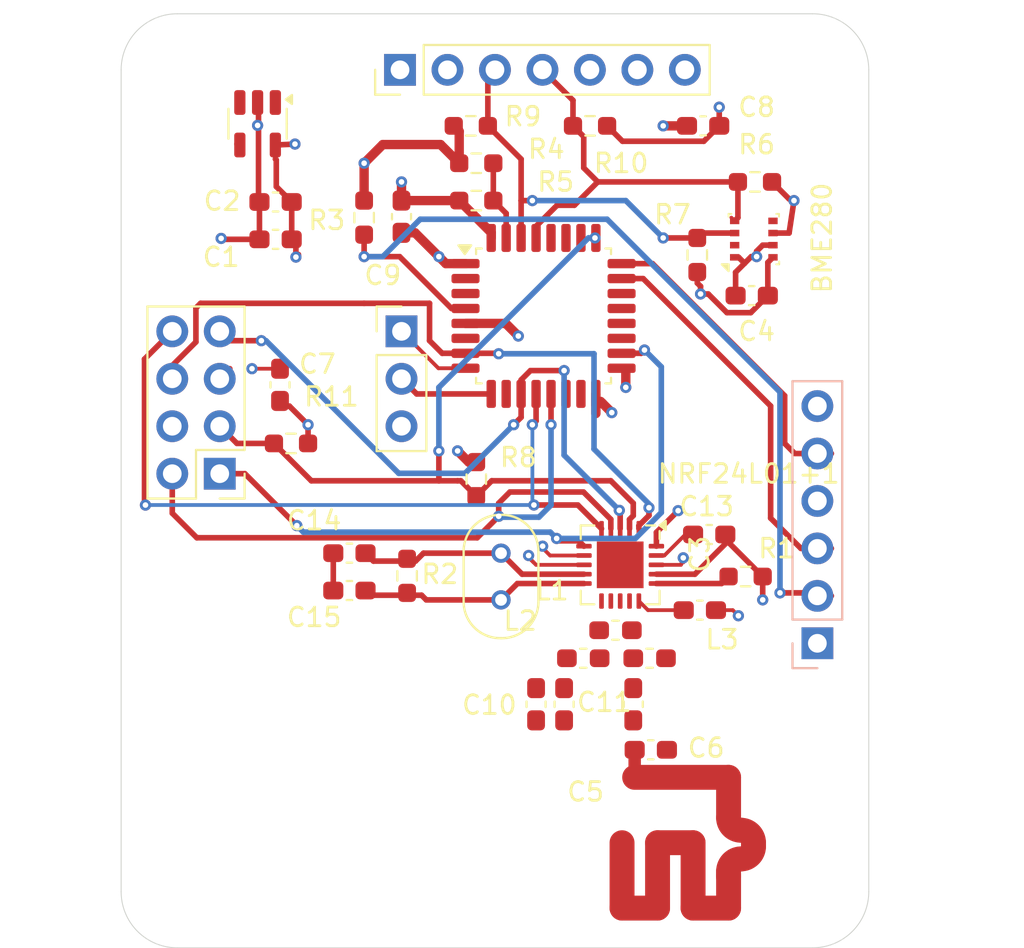
<source format=kicad_pcb>
(kicad_pcb (version 20240108) (generator "pcbnew") (generator_version "8.0")
  (layers (0 "F.Cu" signal) (1 "In1.Cu" signal) (2 "In2.Cu" signal) (31 "B.Cu" signal) (34 "B.Paste" user) (35 "F.Paste" user) (36 "B.SilkS" user "B.Silkscreen") (37 "F.SilkS" user "F.Silkscreen") (38 "B.Mask" user) (39 "F.Mask" user) (44 "Edge.Cuts" user))
  (net 0 "")
  (net 1 "+3V3")
  (net 2 "GND1")
  (net 3 "50 O out")
  (net 4 "Net-(C5-Pad1)")
  (net 5 "SPI_SCK")
  (net 6 "SPI_MOSI")
  (net 7 "CS_NRF")
  (net 8 "NRF_CE")
  (net 9 "SPI_MISO")
  (net 10 "NRF_IRQ")
  (net 11 "I2C_SDA")
  (net 13 "I2C_SCL")
  (net 16 "SW_CLK")
  (net 17 "NRST")
  (net 19 "SW_DIO")
  (net 20 "UART_RX")
  (net 21 "UART_TX")
  (net 23 "PowerIn")
  (net 24 "unconnected-(U5-BP-Pad4)")
  (net 26 "Net-(STM32F030R8-BOOT0)")
  (net 40 "Net-(NRF24L01+1-VDD_PA)")
  (net 41 "Net-(NRF24L01+1-DVDD)")
  (net 42 "Net-(NRF24L01+1-XC2)")
  (net 43 "Net-(NRF24L01+1-XC1)")
  (net 44 "Net-(NRF24L01+1-ANT1)")
  (net 45 "Net-(NRF24L01+1-ANT2)")
  (net 46 "Net-(NRF24L01+1-IREF)")
  (footprint "Capacitor_SMD:C_0603_1608Metric_Pad1.08x0.95mm_HandSolder" (layer "F.Cu") (at 170 80.8625 90)
    (property "Reference" "C9")
    (property "Value" "1uF")
  )
  (footprint "MountingHole:MountingHole_2.2mm_M2" (layer "F.Cu") (at 158.25 113.25)
    (property "Reference" "H4" (hide yes))
    (property "Value" "MountingHole" (hide yes))
  )
  (footprint "Package_DFN_QFN:QFN-20-1EP_4x4mm_P0.5mm_EP2.5x2.5mm" (layer "F.Cu") (at 181.7 99.5 -90)
    (property "Reference" "NRF24L01+1")
    (property "Value" "~")
  )
  (footprint "Inductor_SMD:L_0603_1608Metric_Pad1.05x0.95mm_HandSolder" (layer "F.Cu") (at 179.725 104.5 180)
    (property "Reference" "L2")
    (property "Value" "2.7nH")
  )
  (footprint "Resistor_SMD:R_0603_1608Metric_Pad0.98x0.95mm_HandSolder" (layer "F.Cu") (at 188.4125 100.125)
    (property "Reference" "R1")
    (property "Value" "22k")
  )
  (footprint "Capacitor_SMD:C_0603_1608Metric_Pad1.08x0.95mm_HandSolder" (layer "F.Cu") (at 188.7375 85.0875 180)
    (property "Reference" "C4")
    (property "Value" "1uF")
  )
  (footprint "Resistor_SMD:R_0603_1608Metric_Pad0.98x0.95mm_HandSolder" (layer "F.Cu") (at 174 80 180)
    (property "Reference" "R5")
    (property "Value" "0")
  )
  (footprint "Capacitor_SMD:C_0603_1608Metric_Pad1.08x0.95mm_HandSolder" (layer "F.Cu") (at 163.2625 82.075 180)
    (property "Reference" "C1")
    (property "Value" "1uF")
  )
  (footprint "Capacitor_SMD:C_0603_1608Metric_Pad1.08x0.95mm_HandSolder" (layer "F.Cu") (at 185.9625 101.925 180)
    (property "Reference" "C3")
    (property "Value" "1uF")
  )
  (footprint "Capacitor_SMD:C_0603_1608Metric_Pad1.08x0.95mm_HandSolder" (layer "F.Cu") (at 178.7 106.9625 90)
    (property "Reference" "C11")
    (property "Value" "4.7pF")
  )
  (footprint "Capacitor_SMD:C_0603_1608Metric_Pad1.08x0.95mm_HandSolder" (layer "F.Cu") (at 182.4 106.9625 -90)
    (property "Reference" "C5")
    (property "Value" "1.5p")
  )
  (footprint "Connector_PinHeader_2.54mm:PinHeader_1x07_P2.54mm_Vertical" (layer "F.Cu") (at 169.92 73 90)
    (property "Reference" "J2" (hide yes))
    (property "Value" "BME Pin Header")
  )
  (footprint "Capacitor_SMD:C_0603_1608Metric_Pad1.08x0.95mm_HandSolder" (layer "F.Cu") (at 186.4625 97.875 180)
    (property "Reference" "C13")
    (property "Value" "33nF")
  )
  (footprint "Resistor_SMD:R_0603_1608Metric_Pad0.98x0.95mm_HandSolder" (layer "F.Cu") (at 173.7075 76)
    (property "Reference" "R9")
    (property "Value" "4.7kO")
  )
  (footprint "Package_QFP:LQFP-32_7x7mm_P0.8mm" (layer "F.Cu") (at 177.6 86.175)
    (property "Reference" "STM32F030R8" (hide yes))
    (property "Value" "~")
  )
  (footprint "Capacitor_SMD:C_0603_1608Metric_Pad1.08x0.95mm_HandSolder" (layer "F.Cu") (at 163.2625 80.075 180)
    (property "Reference" "C2")
    (property "Value" "10uF")
  )
  (footprint "Capacitor_SMD:C_0603_1608Metric_Pad1.08x0.95mm_HandSolder" (layer "F.Cu") (at 183.3375 109.4)
    (property "Reference" "C6")
    (property "Value" "1pF")
  )
  (footprint "Connector_PinHeader_2.54mm:PinHeader_1x03_P2.54mm_Vertical" (layer "F.Cu") (at 170 87)
    (property "Reference" "UART1" (hide yes))
    (property "Value" "UART")
  )
  (footprint "ECS-160-20-46X:XTAL_ECS-160-20-46X" (layer "F.Cu") (at 175.325 100.125 -90)
    (property "Reference" "Y1" (hide yes))
    (property "Value" "16MH")
  )
  (footprint "Capacitor_SMD:C_0603_1608Metric_Pad1.08x0.95mm_HandSolder" (layer "F.Cu") (at 186.1375 76 180)
    (property "Reference" "C8")
    (property "Value" "1u")
  )
  (footprint "MountingHole:MountingHole_2.2mm_M2" (layer "F.Cu") (at 192.25 113.25)
    (property "Reference" "H3" (hide yes))
    (property "Value" "MountingHole" (hide yes))
  )
  (footprint "Capacitor_SMD:C_0603_1608Metric_Pad1.08x0.95mm_HandSolder" (layer "F.Cu") (at 177.2 106.9625 90)
    (property "Reference" "C10")
    (property "Value" "2.2nF")
  )
  (footprint "Resistor_SMD:R_0603_1608Metric_Pad0.98x0.95mm_HandSolder" (layer "F.Cu") (at 174 78)
    (property "Reference" "R4")
    (property "Value" "no-pop")
  )
  (footprint "Resistor_SMD:R_0603_1608Metric_Pad0.98x0.95mm_HandSolder" (layer "F.Cu") (at 168 80.9125 -90)
    (property "Reference" "R3")
    (property "Value" "10k")
  )
  (footprint "Package_TO_SOT_SMD:SOT-23-5" (layer "F.Cu") (at 162.3 75.8875 -90)
    (property "Reference" "U5" (hide yes))
    (property "Value" "MIC5205-3.3YM5")
  )
  (footprint "Inductor_SMD:L_0603_1608Metric_Pad1.05x0.95mm_HandSolder" (layer "F.Cu") (at 183.275 104.5)
    (property "Reference" "L3")
    (property "Value" "3.9nH")
  )
  (footprint "MountingHole:MountingHole_2.2mm_M2" (layer "F.Cu") (at 158 73)
    (property "Reference" "REF**" (hide yes))
    (property "Value" "MountingHole_2.2mm_M2")
  )
  (footprint "Package_LGA:Bosch_LGA-8_2.5x2.5mm_P0.65mm_ClockwisePinNumbering" (layer "F.Cu") (at 188.85 82.0625 90)
    (property "Reference" "BME280")
    (property "Value" "BME280")
  )
  (footprint "Inductor_SMD:L_0603_1608Metric_Pad1.05x0.95mm_HandSolder" (layer "F.Cu") (at 181.45 103)
    (property "Reference" "L1")
    (property "Value" "8.2nH")
  )
  (footprint "Resistor_SMD:R_0603_1608Metric_Pad0.98x0.95mm_HandSolder" (layer "F.Cu") (at 164.0875 93 180)
    (property "Reference" "R11")
    (property "Value" "4.7kO")
  )
  (footprint "Connector_PinHeader_2.54mm:PinHeader_2x04_P2.54mm_Vertical" (layer "F.Cu") (at 160.275 94.62 180)
    (property "Reference" "J1" (hide yes))
    (property "Value" "NRF Pin Header")
  )
  (footprint "Resistor_SMD:R_0603_1608Metric_Pad0.98x0.95mm_HandSolder" (layer "F.Cu") (at 185.825 82.9125 90)
    (property "Reference" "R7")
    (property "Value" "4.7kO")
  )
  (footprint "Resistor_SMD:R_0603_1608Metric_Pad0.98x0.95mm_HandSolder" (layer "F.Cu") (at 174 94.9125 -90)
    (property "Reference" "R8")
    (property "Value" "4.7kO")
  )
  (footprint "Resistor_SMD:R_0603_1608Metric_Pad0.98x0.95mm_HandSolder" (layer "F.Cu") (at 170.3 100.0875 -90)
    (property "Reference" "R2")
    (property "Value" "1M")
  )
  (footprint "Resistor_SMD:R_0603_1608Metric_Pad0.98x0.95mm_HandSolder" (layer "F.Cu") (at 188.9125 79 180)
    (property "Reference" "R6")
    (property "Value" "4.7kO")
  )
  (footprint "Capacitor_SMD:C_0603_1608Metric_Pad1.08x0.95mm_HandSolder" (layer "F.Cu") (at 167.2125 100.875 180)
    (property "Reference" "C15")
    (property "Value" "22pF")
  )
  (footprint "Capacitor_SMD:C_0603_1608Metric_Pad1.08x0.95mm_HandSolder" (layer "F.Cu") (at 167.2125 98.875 180)
    (property "Reference" "C14")
    (property "Value" "22pF")
  )
  (footprint "Capacitor_SMD:C_0603_1608Metric_Pad1.08x0.95mm_HandSolder" (layer "F.Cu") (at 163.5 89.8625 -90)
    (property "Reference" "C7")
    (property "Value" "1u")
  )
  (footprint "Resistor_SMD:R_0603_1608Metric_Pad0.98x0.95mm_HandSolder" (layer "F.Cu") (at 180.0875 76 180)
    (property "Reference" "R10")
    (property "Value" "4.7kO")
  )
  (footprint "MountingHole:MountingHole_2.2mm_M2" (layer "F.Cu") (at 192 73)
    (property "Reference" "H1" (hide yes))
    (property "Value" "MountingHole" (hide yes))
  )
  (footprint "Connector_PinHeader_2.54mm:PinHeader_1x06_P2.54mm_Vertical" (layer "B.Cu") (at 192.25 103.7)
    (property "Reference" "NotSure1" (hide yes))
    (property "Value" "NOT SURE WHAT THIS IS")
  )
  (gr_line (start 195 117) (end 195 73) (stroke (width 0.05)) (layer "Edge.Cuts"))
  (gr_arc (start 158 120) (mid 155.87868 119.12132) (end 155 117) (stroke (width 0.05)) (layer "Edge.Cuts"))
  (gr_line (start 192 70) (end 158 70) (stroke (width 0.05)) (layer "Edge.Cuts"))
  (gr_arc (start 155 73) (mid 155.87868 70.87868) (end 158 70) (stroke (width 0.05)) (layer "Edge.Cuts"))
  (gr_line (start 158 120) (end 192 120) (stroke (width 0.05)) (layer "Edge.Cuts"))
  (gr_arc (start 192 70) (mid 194.12132 70.87868) (end 195 73) (stroke (width 0.05)) (layer "Edge.Cuts"))
  (gr_arc (start 195 117) (mid 194.12132 119.12132) (end 192 120) (stroke (width 0.05)) (layer "Edge.Cuts"))
  (gr_line (start 155 73) (end 155 117) (stroke (width 0.05)) (layer "Edge.Cuts"))
  (segment (start 173.0875 78) (end 172.0875 77) (width 0.5) (layer "F.Cu") (net 1))
  (segment (start 191 80) (end 190.7375 79.9125) (width 0.3) (layer "F.Cu") (net 1))
  (segment (start 189.6 85.0875) (end 189.6 83.3125) (width 0.3) (layer "F.Cu") (net 1))
  (segment (start 172.0875 77) (end 169 77) (width 0.5) (layer "F.Cu") (net 1))
  (segment (start 164 91) (end 165 92) (width 0.3) (layer "F.Cu") (net 1))
  (segment (start 163.3 79.25) (end 163.3 77.825) (width 0.3) (layer "F.Cu") (net 1))
  (segment (start 176.25 87.25) (end 175.575 86.575) (width 0.5) (layer "F.Cu") (net 1))
  (segment (start 186.412568 85) (end 187.412568 86) (width 0.3) (layer "F.Cu") (net 1))
  (segment (start 174 94) (end 173.6 94) (width 0.5) (layer "F.Cu") (net 1))
  (segment (start 187.412568 86) (end 188.6875 86) (width 0.3) (layer "F.Cu") (net 1))
  (segment (start 182.7 101.4375) (end 183.1875 101.925) (width 0.2) (layer "F.Cu") (net 1))
  (segment (start 190.7375 81.7375) (end 189.875 81.7375) (width 0.3) (layer "F.Cu") (net 1))
  (segment (start 164.125 80.075) (end 164.125 82.075) (width 0.3) (layer "F.Cu") (net 1))
  (segment (start 182 89) (end 182 90) (width 0.5) (layer "F.Cu") (net 1))
  (segment (start 163.3 77.825) (end 163.25 77.775) (width 0.3) (layer "F.Cu") (net 1))
  (segment (start 164.125 80.075) (end 163.3 79.25) (width 0.3) (layer "F.Cu") (net 1))
  (segment (start 172 83) (end 172.375 83.375) (width 0.5) (layer "F.Cu") (net 1))
  (segment (start 187 75) (end 187 76) (width 0.3) (layer "F.Cu") (net 1))
  (segment (start 181.975 88.975) (end 182 89) (width 0.2) (layer "F.Cu") (net 1))
  (segment (start 190.7375 81.7375) (end 191 80) (width 0.3) (layer "F.Cu") (net 1))
  (segment (start 184.95 99.5) (end 185.075 99.125) (width 0.2032) (layer "F.Cu") (net 1))
  (segment (start 170.1625 81.875) (end 170 81.7125) (width 0.3) (layer "F.Cu") (net 1))
  (segment (start 170 81.725) (end 170.725 81.725) (width 0.5) (layer "F.Cu") (net 1))
  (segment (start 164.35 83.025) (end 164.35 82.3) (width 0.3) (layer "F.Cu") (net 1))
  (segment (start 173.0875 76.2925) (end 172.795 76) (width 0.5) (layer "F.Cu") (net 1))
  (segment (start 164.3 76.975) (end 164.25 77.025) (width 0.3) (layer "F.Cu") (net 1))
  (segment (start 164.4875 82.8875) (end 164.35 83.025) (width 0.3) (layer "F.Cu") (net 1))
  (segment (start 179.7625 99) (end 177.95 99) (width 0.2032) (layer "F.Cu") (net 1))
  (segment (start 185 73.16) (end 185.16 73) (width 0.3) (layer "F.Cu") (net 1))
  (segment (start 185.825 83.825) (end 185.825 84.412432) (width 0.3) (layer "F.Cu") (net 1))
  (segment (start 188.6875 86) (end 189.6 85.0875) (width 0.3) (layer "F.Cu") (net 1))
  (segment (start 186 84.587432) (end 186 85) (width 0.3) (layer "F.Cu") (net 1))
  (segment (start 168 78) (end 168 80) (width 0.5) (layer "F.Cu") (net 1))
  (segment (start 185.825 84.412432) (end 186 84.587432) (width 0.3) (layer "F.Cu") (net 1))
  (segment (start 170.725 81.725) (end 172 83) (width 0.5) (layer "F.Cu") (net 1))
  (segment (start 163.775 91) (end 163.5 90.725) (width 0.3) (layer "F.Cu") (net 1))
  (segment (start 190.7375 79.9125) (end 189.825 79) (width 0.3) (layer "F.Cu") (net 1))
  (segment (start 165 93) (end 165 92) (width 0.3) (layer "F.Cu") (net 1))
  (segment (start 183.6375 99.5) (end 184.95 99.5) (width 0.2032) (layer "F.Cu") (net 1))
  (segment (start 181.775 88.975) (end 181.975 88.975) (width 0.2) (layer "F.Cu") (net 1))
  (segment (start 183.1875 101.925) (end 185.1 101.925) (width 0.2) (layer "F.Cu") (net 1))
  (segment (start 175.575 86.575) (end 173.425 86.575) (width 0.5) (layer "F.Cu") (net 1))
  (segment (start 172.375 83.375) (end 173.425 83.375) (width 0.5) (layer "F.Cu") (net 1))
  (segment (start 173.0875 78) (end 173.0875 76.2925) (width 0.5) (layer "F.Cu") (net 1))
  (segment (start 185.16 73) (end 185.16 73.16) (width 0.3) (layer "F.Cu") (net 1))
  (segment (start 189.6 83.3125) (end 189.875 83.0375) (width 0.3) (layer "F.Cu") (net 1))
  (segment (start 169 77) (end 168 78) (width 0.5) (layer "F.Cu") (net 1))
  (segment (start 164 91) (end 163.775 91) (width 0.3) (layer "F.Cu") (net 1))
  (segment (start 163.25 77.025) (end 164.3 76.975) (width 0.3) (layer "F.Cu") (net 1))
  (segment (start 181.825 76.825) (end 186.175 76.825) (width 0.3) (layer "F.Cu") (net 1))
  (segment (start 173.6 94) (end 173 93.4) (width 0.5) (layer "F.Cu") (net 1))
  (segment (start 177.95 99) (end 177.575 98.625) (width 0.2032) (layer "F.Cu") (net 1))
  (segment (start 185.075 99.125) (end 185.075 99.375) (width 0.2032) (layer "F.Cu") (net 1))
  (segment (start 186 85) (end 186.412568 85) (width 0.3) (layer "F.Cu") (net 1))
  (segment (start 181 76) (end 181.825 76.825) (width 0.3) (layer "F.Cu") (net 1))
  (segment (start 164.35 82.3) (end 164.125 82.075) (width 0.3) (layer "F.Cu") (net 1))
  (segment (start 186.175 76.825) (end 187 76) (width 0.3) (layer "F.Cu") (net 1))
  (via (at 164.35 83.025) (size 0.6) (drill 0.3) (layers "F.Cu" "B.Cu") (net 1))
  (via (at 186 85) (size 0.6) (drill 0.3) (layers "F.Cu" "B.Cu") (net 1))
  (via (at 185.075 99.125) (size 0.6) (drill 0.3) (layers "F.Cu" "B.Cu") (net 1))
  (via (at 164.3 76.975) (size 0.6) (drill 0.3) (layers "F.Cu" "B.Cu") (net 1))
  (via (at 172 83) (size 0.6) (drill 0.3) (layers "F.Cu" "B.Cu") (net 1))
  (via (at 168 78) (size 0.6) (drill 0.3) (layers "F.Cu" "B.Cu") (net 1))
  (via (at 176.25 87.25) (size 0.6) (drill 0.3) (layers "F.Cu" "B.Cu") (net 1))
  (via (at 173 93.4) (size 0.6) (drill 0.3) (layers "F.Cu" "B.Cu") (net 1))
  (via (at 165 92) (size 0.6) (drill 0.3) (layers "F.Cu" "B.Cu") (net 1))
  (via (at 187 75) (size 0.6) (drill 0.3) (layers "F.Cu" "B.Cu") (net 1))
  (via (at 182 90) (size 0.6) (drill 0.3) (layers "F.Cu" "B.Cu") (net 1))
  (via (at 177.55 98.5) (size 0.6) (drill 0.3) (layers "F.Cu" "B.Cu") (net 1))
  (via (at 191 80) (size 0.6) (drill 0.3) (layers "F.Cu" "B.Cu") (net 1))
  (segment (start 157.735 92.08) (end 157.735 92.156296) (width 0.3) (layer "B.Cu") (net 1))
  (segment (start 187.825 83.0375) (end 188.0375 83.0375) (width 0.3) (layer "F.Cu") (net 2))
  (segment (start 189 82.7125) (end 189.325 82.3875) (width 0.3) (layer "F.Cu") (net 2))
  (segment (start 188.7125 83) (end 189 83) (width 0.3) (layer "F.Cu") (net 2))
  (segment (start 162 89) (end 163.5 89) (width 0.2032) (layer "F.Cu") (net 2))
  (segment (start 160.4 82.075) (end 162.4 82.075) (width 0.3) (layer "F.Cu") (net 2))
  (segment (start 180.4 90.35) (end 180.4 91.4) (width 0.5) (layer "F.Cu") (net 2))
  (segment (start 187.325 98.125) (end 187.325 97.875) (width 0.3) (layer "F.Cu") (net 2))
  (segment (start 180.65 90.75) (end 180.75 90.85) (width 0.5) (layer "F.Cu") (net 2))
  (segment (start 166.35 98.875) (end 166.35 100.875) (width 0.3) (layer "F.Cu") (net 2))
  (segment (start 176.825 99.125) (end 177.075 99.375) (width 0.2032) (layer "F.Cu") (net 2))
  (segment (start 183.6375 100) (end 185.7 100) (width 0.3) (layer "F.Cu") (net 2))
  (segment (start 160.735 90) (end 160.275 89.54) (width 0.3) (layer "F.Cu") (net 2))
  (segment (start 160.815 89) (end 160.275 89.54) (width 0.3) (layer "F.Cu") (net 2))
  (segment (start 189 83) (end 189 82.7125) (width 0.3) (layer "F.Cu") (net 2))
  (segment (start 188.0375 83.0375) (end 188.35625 83.35625) (width 0.3) (layer "F.Cu") (net 2))
  (segment (start 170 80) (end 173.0875 80) (width 0.5) (layer "F.Cu") (net 2))
  (segment (start 187.875 85.0875) (end 187.875 83.8375) (width 0.3) (layer "F.Cu") (net 2))
  (segment (start 184.8 96.6) (end 183.6375 97.7625) (width 0.3) (layer "F.Cu") (net 2))
  (segment (start 160.35 82.025) (end 160.4 82.075) (width 0.3) (layer "F.Cu") (net 2))
  (segment (start 162.4 80.075) (end 162.35 80.025) (width 0.3) (layer "F.Cu") (net 2))
  (segment (start 188.35625 83.35625) (end 188.7125 83) (width 0.3) (layer "F.Cu") (net 2))
  (segment (start 187.875 83.8375) (end 188.35625 83.35625) (width 0.3) (layer "F.Cu") (net 2))
  (segment (start 189.325 82.3875) (end 189.875 82.3875) (width 0.3) (layer "F.Cu") (net 2))
  (segment (start 180.75 90.85) (end 181.25 91.35) (width 0.5) (layer "F.Cu") (net 2))
  (segment (start 186.825 101.925) (end 187.725 101.925) (width 0.2) (layer "F.Cu") (net 2))
  (segment (start 185.7 100) (end 187.45 98.25) (width 0.3) (layer "F.Cu") (net 2))
  (segment (start 189.325 100.125) (end 187.45 98.25) (width 0.3) (layer "F.Cu") (net 2))
  (segment (start 174.8 81.7125) (end 173.0875 80) (width 0.5) (layer "F.Cu") (net 2))
  (segment (start 184.8 96.6) (end 184.7 96.5) (width 0.3) (layer "F.Cu") (net 2))
  (segment (start 189.325 100.125) (end 189.325 101.375) (width 0.3) (layer "F.Cu") (net 2))
  (segment (start 187.45 98.25) (end 187.325 98.125) (width 0.3) (layer "F.Cu") (net 2))
  (segment (start 170 80) (end 170 79) (width 0.5) (layer "F.Cu") (net 2))
  (segment (start 185.275 76) (end 184 76) (width 0.5) (layer "F.Cu") (net 2))
  (segment (start 162.35 80.025) (end 162.35 74.3) (width 0.3) (layer "F.Cu") (net 2))
  (segment (start 162.35 76.025) (end 162.3 75.975) (width 0.3) (layer "F.Cu") (net 2))
  (segment (start 162.4 80.075) (end 162.4 82.075) (width 0.3) (layer "F.Cu") (net 2))
  (segment (start 177.2 99.5) (end 176.825 99.125) (width 0.2032) (layer "F.Cu") (net 2))
  (segment (start 179.7625 99.5) (end 177.2 99.5) (width 0.2032) (layer "F.Cu") (net 2))
  (segment (start 174.8 82) (end 174.8 81.7125) (width 0.5) (layer "F.Cu") (net 2))
  (segment (start 183.6375 97.7625) (end 183.6375 98.5) (width 0.3) (layer "F.Cu") (net 2))
  (segment (start 187.725 101.925) (end 188.025 102.225) (width 0.2) (layer "F.Cu") (net 2))
  (via (at 160.35 82.025) (size 0.6) (drill 0.3) (layers "F.Cu" "B.Cu") (net 2))
  (via (at 176.8 99) (size 0.6) (drill 0.3) (layers "F.Cu" "B.Cu") (net 2))
  (via (at 184 76) (size 0.6) (drill 0.3) (layers "F.Cu" "B.Cu") (net 2))
  (via (at 184.8 96.6) (size 0.6) (drill 0.3) (layers "F.Cu" "B.Cu") (net 2))
  (via (at 188.025 102.225) (size 0.6) (drill 0.3) (layers "F.Cu" "B.Cu") (net 2))
  (via (at 170 79) (size 0.6) (drill 0.3) (layers "F.Cu" "B.Cu") (net 2))
  (via (at 162.3 75.975) (size 0.6) (drill 0.3) (layers "F.Cu" "B.Cu") (net 2))
  (via (at 189.325 101.375) (size 0.6) (drill 0.3) (layers "F.Cu" "B.Cu") (net 2))
  (via (at 162 89) (size 0.6) (drill 0.3) (layers "F.Cu" "B.Cu") (net 2))
  (via (at 181.25 91.35) (size 0.6) (drill 0.3) (layers "F.Cu" "B.Cu") (net 2))
  (via (at 189 83) (size 0.6) (drill 0.3) (layers "F.Cu" "B.Cu") (net 2))
  (segment (start 187.5 117.875) (end 185.5999 117.875) (width 1.3332) (layer "F.Cu") (net 3))
  (segment (start 182.475 109.4) (end 182.475 110.875) (width 0.6666) (layer "F.Cu") (net 3))
  (segment (start 182.475 110.875) (end 187.5 110.875) (width 1.3332) (layer "F.Cu") (net 3))
  (segment (start 187.5 115.907261) (end 187.5 116.107261) (width 1.3332) (layer "F.Cu") (net 3))
  (segment (start 187.48 110.87) (end 187.5 110.87) (width 0.6666) (layer "F.Cu") (net 3))
  (segment (start 183.6998 117.875) (end 181.7997 117.875) (width 1.3332) (layer "F.Cu") (net 3))
  (segment (start 185.5999 114.3745) (end 183.6998 114.3745) (width 1.3332) (layer "F.Cu") (net 3))
  (segment (start 181.7997 117.875) (end 181.7997 114.3745) (width 1.3332) (layer "F.Cu") (net 3))
  (segment (start 183.6998 114.3745) (end 183.6998 117.875) (width 1.3332) (layer "F.Cu") (net 3))
  (segment (start 188.8332 114.374061) (end 188.8332 114.574061) (width 1.3332) (layer "F.Cu") (net 3))
  (segment (start 187.5 116.20297) (end 187.5 117.875) (width 1.3332) (layer "F.Cu") (net 3))
  (segment (start 185.5999 117.875) (end 185.5999 114.3745) (width 1.3332) (layer "F.Cu") (net 3))
  (segment (start 187.5 110.875) (end 187.5 113.040861) (width 1.3332) (layer "F.Cu") (net 3))
  (segment (start 187.5 116.107261) (end 187.5 116.20297) (width 1.3332) (layer "F.Cu") (net 3))
  (arc (start 188.1666 113.707461) (mid 188.637957 113.902704) (end 188.8332 114.374061) (width 1.3332) (layer "F.Cu") (net 3))
  (arc (start 188.1666 115.240661) (mid 187.695243 115.435904) (end 187.5 115.907261) (width 1.3332) (layer "F.Cu") (net 3))
  (arc (start 187.5 113.040861) (mid 187.695243 113.512218) (end 188.1666 113.707461) (width 1.3332) (layer "F.Cu") (net 3))
  (arc (start 188.8332 114.574061) (mid 188.637957 115.045418) (end 188.1666 115.240661) (width 1.3332) (layer "F.Cu") (net 3))
  (segment (start 162.5 87.5) (end 160.775 87.5) (width 0.3) (layer "F.Cu") (net 5))
  (segment (start 176.4 90.35) (end 176.4 89.600001) (width 0.3) (layer "F.Cu") (net 5))
  (segment (start 176 92) (end 176.4 91.6) (width 0.3) (layer "F.Cu") (net 5))
  (segment (start 176.900001 89.1) (end 178.7 89.1) (width 0.3) (layer "F.Cu") (net 5))
  (segment (start 160.775 87.5) (end 160.275 87) (width 0.3) (layer "F.Cu") (net 5))
  (segment (start 176.4 89.600001) (end 176.900001 89.1) (width 0.3) (layer "F.Cu") (net 5))
  (segment (start 176.4 91.6) (end 176.4 90.35) (width 0.3) (layer "F.Cu") (net 5))
  (segment (start 181.7 97.5625) (end 181.7 96.7) (width 0.3) (layer "F.Cu") (net 5))
  (via (at 178.7 89.1) (size 0.6) (drill 0.3) (layers "F.Cu" "B.Cu") (net 5))
  (via (at 176 92) (size 0.6) (drill 0.3) (layers "F.Cu" "B.Cu") (net 5))
  (via (at 162.5 87.5) (size 0.6) (drill 0.3) (layers "F.Cu" "B.Cu") (net 5))
  (via (at 181.653296 96.581318) (size 0.6) (drill 0.3) (layers "F.Cu" "B.Cu") (net 5))
  (segment (start 176 92) (end 173.4 94.6) (width 0.3) (layer "B.Cu") (net 5))
  (segment (start 162.75 87.5) (end 162.5 87.5) (width 0.3) (layer "B.Cu") (net 5))
  (segment (start 173.4 94.6) (end 169.85 94.6) (width 0.3) (layer "B.Cu") (net 5))
  (segment (start 169.85 94.6) (end 162.75 87.5) (width 0.3) (layer "B.Cu") (net 5))
  (segment (start 178.7 89.1) (end 178.7 89.2) (width 0.3) (layer "B.Cu") (net 5))
  (segment (start 178.7 93.628022) (end 178.7 89.1) (width 0.3) (layer "B.Cu") (net 5))
  (segment (start 181.653296 96.581318) (end 178.7 93.628022) (width 0.3) (layer "B.Cu") (net 5))
  (segment (start 178 90.35) (end 178 92) (width 0.3) (layer "F.Cu") (net 6))
  (segment (start 175.2 96.9) (end 174.05 98.05) (width 0.3) (layer "F.Cu") (net 6))
  (segment (start 179.735096 95.6) (end 175.8 95.6) (width 0.3) (layer "F.Cu") (net 6))
  (segment (start 175.8 95.6) (end 175.2 96.2) (width 0.3) (layer "F.Cu") (net 6))
  (segment (start 181.2 97.5625) (end 181.2 97.064904) (width 0.3) (layer "F.Cu") (net 6))
  (segment (start 175.2 96.2) (end 175.2 96.9) (width 0.3) (layer "F.Cu") (net 6))
  (segment (start 174.05 98.05) (end 159.05 98.05) (width 0.3) (layer "F.Cu") (net 6))
  (segment (start 181.2 97.064904) (end 179.735096 95.6) (width 0.3) (layer "F.Cu") (net 6))
  (segment (start 157.735 96.735) (end 157.735 94.62) (width 0.3) (layer "F.Cu") (net 6))
  (segment (start 159.05 98.05) (end 157.735 96.735) (width 0.3) (layer "F.Cu") (net 6))
  (via (at 178 92) (size 0.6) (drill 0.3) (layers "F.Cu" "B.Cu") (net 6))
  (via (at 175.2 96.9) (size 0.6) (drill 0.3) (layers "F.Cu" "B.Cu") (net 6))
  (segment (start 178 96.3) (end 178 92) (width 0.3) (layer "B.Cu") (net 6))
  (segment (start 175.24712 96.94712) (end 177.35288 96.94712) (width 0.3) (layer "B.Cu") (net 6))
  (segment (start 177.35288 96.94712) (end 178 96.3) (width 0.3) (layer "B.Cu") (net 6))
  (segment (start 175.2 96.9) (end 175.24712 96.94712) (width 0.3) (layer "B.Cu") (net 6))
  (segment (start 165.175 95) (end 163.175 93) (width 0.3) (layer "F.Cu") (net 7))
  (segment (start 182.4 96.2) (end 182.4 96.864904) (width 0.3) (layer "F.Cu") (net 7))
  (segment (start 161.195 93) (end 160.275 92.08) (width 0.3) (layer "F.Cu") (net 7))
  (segment (start 173.175 95) (end 173 95) (width 0.3) (layer "F.Cu") (net 7))
  (segment (start 182.4 96.864904) (end 182.2 97.064904) (width 0.3) (layer "F.Cu") (net 7))
  (segment (start 165.175 95) (end 172 95) (width 0.3) (layer "F.Cu") (net 7))
  (segment (start 174 95.825) (end 173.175 95) (width 0.3) (layer "F.Cu") (net 7))
  (segment (start 174.825 95) (end 181.2 95) (width 0.3) (layer "F.Cu") (net 7))
  (segment (start 172 93.4) (end 172 95) (width 0.3) (layer "F.Cu") (net 7))
  (segment (start 180.4 82) (end 180.349999 82) (width 0.3) (layer "F.Cu") (net 7))
  (segment (start 163.175 93) (end 161.195 93) (width 0.3) (layer "F.Cu") (net 7))
  (segment (start 182.2 97.064904) (end 182.2 97.5625) (width 0.3) (layer "F.Cu") (net 7))
  (segment (start 181.2 95) (end 182.4 96.2) (width 0.3) (layer "F.Cu") (net 7))
  (segment (start 173 95) (end 172 95) (width 0.3) (layer "F.Cu") (net 7))
  (segment (start 174 95.825) (end 174.825 95) (width 0.3) (layer "F.Cu") (net 7))
  (via (at 180.349999 82) (size 0.6) (drill 0.3) (layers "F.Cu" "B.Cu") (net 7))
  (via (at 172 93.4) (size 0.6) (drill 0.3) (layers "F.Cu" "B.Cu") (net 7))
  (segment (start 180 82) (end 180.349999 82) (width 0.3) (layer "B.Cu") (net 7))
  (segment (start 172 90) (end 180 82) (width 0.3) (layer "B.Cu") (net 7))
  (segment (start 172 93.4) (end 172 90) (width 0.3) (layer "B.Cu") (net 7))
  (segment (start 157.735 88.832894) (end 157.735 89.54) (width 0.3) (layer "F.Cu") (net 8))
  (segment (start 159 87.567894) (end 157.735 88.832894) (width 0.3) (layer "F.Cu") (net 8))
  (segment (start 182.7 97.4) (end 182.7 97.5625) (width 0.3) (layer "F.Cu") (net 8))
  (segment (start 183.24038 96.44038) (end 183.24038 96.85962) (width 0.3) (layer "F.Cu") (net 8))
  (segment (start 168 85.5) (end 159.25 85.5) (width 0.3) (layer "F.Cu") (net 8))
  (segment (start 159 85.75) (end 159 87.567894) (width 0.3) (layer "F.Cu") (net 8))
  (segment (start 173.425 88.175) (end 175.175 88.175) (width 0.3) (layer "F.Cu") (net 8))
  (segment (start 159.25 85.5) (end 159 85.75) (width 0.3) (layer "F.Cu") (net 8))
  (segment (start 171.5 87.5) (end 171.5 85.5) (width 0.3) (layer "F.Cu") (net 8))
  (segment (start 175.175 88.175) (end 175.2 88.2) (width 0.3) (layer "F.Cu") (net 8))
  (segment (start 183.24038 96.85962) (end 182.7 97.4) (width 0.3) (layer "F.Cu") (net 8))
  (segment (start 172.175 88.175) (end 171.5 87.5) (width 0.3) (layer "F.Cu") (net 8))
  (segment (start 171.5 85.5) (end 168 85.5) (width 0.3) (layer "F.Cu") (net 8))
  (segment (start 173.425 88.175) (end 172.175 88.175) (width 0.3) (layer "F.Cu") (net 8))
  (via (at 183.24038 96.44038) (size 0.6) (drill 0.3) (layers "F.Cu" "B.Cu") (net 8))
  (via (at 175.2 88.2) (size 0.6) (drill 0.3) (layers "F.Cu" "B.Cu") (net 8))
  (segment (start 180.3 93.3) (end 180.3 88.2) (width 0.3) (layer "B.Cu") (net 8))
  (segment (start 183.24038 96.24038) (end 180.3 93.3) (width 0.3) (layer "B.Cu") (net 8))
  (segment (start 180.3 88.2) (end 175.2 88.2) (width 0.3) (layer "B.Cu") (net 8))
  (segment (start 183.24038 96.44038) (end 183.24038 96.24038) (width 0.3) (layer "B.Cu") (net 8))
  (segment (start 179.43462 96.29712) (end 177.083568 96.29712) (width 0.3) (layer "F.Cu") (net 9))
  (segment (start 180.7 97.5625) (end 179.43462 96.29712) (width 0.3) (layer "F.Cu") (net 9))
  (segment (start 177.2 90.35) (end 177.2 91.8) (width 0.3) (layer "F.Cu") (net 9))
  (segment (start 156.25 88.485) (end 156.25 96.25) (width 0.3) (layer "F.Cu") (net 9))
  (segment (start 157.735 87) (end 156.25 88.485) (width 0.3) (layer "F.Cu") (net 9))
  (segment (start 177.2 91.8) (end 177 92) (width 0.3) (layer "F.Cu") (net 9))
  (segment (start 156.25 96.25) (end 156.3 96.3) (width 0.3) (layer "F.Cu") (net 9))
  (via (at 177 92) (size 0.6) (drill 0.3) (layers "F.Cu" "B.Cu") (net 9))
  (via (at 156.3 96.3) (size 0.6) (drill 0.3) (layers "F.Cu" "B.Cu") (net 9))
  (via (at 177.083568 96.29712) (size 0.6) (drill 0.3) (layers "F.Cu" "B.Cu") (net 9))
  (segment (start 177.083568 96.29712) (end 177.00288 96.216432) (width 0.2) (layer "B.Cu") (net 9))
  (segment (start 156.40288 96.29712) (end 156.4 96.3) (width 0.2) (layer "B.Cu") (net 9))
  (segment (start 156.3 96.3) (end 156.3 96.4) (width 0.2) (layer "B.Cu") (net 9))
  (segment (start 156.4 96.3) (end 156.3 96.3) (width 0.2) (layer "B.Cu") (net 9))
  (segment (start 177.083568 96.29712) (end 156.40288 96.29712) (width 0.2) (layer "B.Cu") (net 9))
  (segment (start 177.00288 96.216432) (end 177.00288 92.00288) (width 0.2) (layer "B.Cu") (net 9))
  (segment (start 156.3 96.4) (end 156.3 96.4) (width 0.2) (layer "B.Cu") (net 9))
  (segment (start 177.00288 92.00288) (end 177 92) (width 0.2) (layer "B.Cu") (net 9))
  (segment (start 179.7593 98.4968) (end 179.7625 98.4968) (width 0.3) (layer "F.Cu") (net 10))
  (segment (start 164.4 97.4) (end 161.62 94.62) (width 0.3) (layer "F.Cu") (net 10))
  (segment (start 178.325 98.2125) (end 179.475 98.2125) (width 0.3) (layer "F.Cu") (net 10))
  (segment (start 181.775 88.175) (end 182.825 88.175) (width 0.3) (layer "F.Cu") (net 10))
  (segment (start 161.62 94.62) (end 160.275 94.62) (width 0.3) (layer "F.Cu") (net 10))
  (segment (start 182.825 88.175) (end 183 88) (width 0.3) (layer "F.Cu") (net 10))
  (segment (start 179.475 98.2125) (end 179.7593 98.4968) (width 0.3) (layer "F.Cu") (net 10))
  (via (at 164.4 97.4) (size 0.6) (drill 0.3) (layers "F.Cu" "B.Cu") (net 10))
  (via (at 178.3 98.0875) (size 0.6) (drill 0.3) (layers "F.Cu" "B.Cu") (net 10))
  (via (at 183 88) (size 0.6) (drill 0.3) (layers "F.Cu" "B.Cu") (net 10))
  (segment (start 178.3 98.0875) (end 182.5125 98.0875) (width 0.3) (layer "B.Cu") (net 10))
  (segment (start 183.9 96.7) (end 183.9 88.9) (width 0.3) (layer "B.Cu") (net 10))
  (segment (start 183.9 88.9) (end 183 88) (width 0.3) (layer "B.Cu") (net 10))
  (segment (start 177.9625 97.75) (end 178.3 98.0875) (width 0.3) (layer "B.Cu") (net 10))
  (segment (start 182.5125 98.0875) (end 183.9 96.7) (width 0.3) (layer "B.Cu") (net 10))
  (segment (start 178.3 98) (end 178.3 98.0875) (width 0.3) (layer "B.Cu") (net 10))
  (segment (start 164.4 97.4) (end 164.75 97.75) (width 0.3) (layer "B.Cu") (net 10))
  (segment (start 164.75 97.75) (end 177.9625 97.75) (width 0.3) (layer "B.Cu") (net 10))
  (segment (start 176.4 77.78) (end 176.4 80) (width 0.3) (layer "F.Cu") (net 11))
  (segment (start 186.0875 81.7375) (end 187.825 81.7375) (width 0.3) (layer "F.Cu") (net 11))
  (segment (start 185.825 82) (end 186.0875 81.7375) (width 0.3) (layer "F.Cu") (net 11))
  (segment (start 174.62 76) (end 176.4 77.78) (width 0.3) (layer "F.Cu") (net 11))
  (segment (start 185.825 82) (end 184 82) (width 0.3) (layer "F.Cu") (net 11))
  (segment (start 177 80) (end 176.4 80) (width 0.3) (layer "F.Cu") (net 11))
  (segment (start 176.4 80) (end 176.4 82) (width 0.3) (layer "F.Cu") (net 11))
  (segment (start 174.62 73.38) (end 175 73) (width 0.3) (layer "F.Cu") (net 11))
  (segment (start 174.62 76) (end 174.62 73.38) (width 0.3) (layer "F.Cu") (net 11))
  (via (at 184 82) (size 0.6) (drill 0.3) (layers "F.Cu" "B.Cu") (net 11))
  (via (at 177 80) (size 0.6) (drill 0.3) (layers "F.Cu" "B.Cu") (net 11))
  (segment (start 182 80) (end 184 82) (width 0.3) (layer "B.Cu") (net 11))
  (segment (start 177 80) (end 182 80) (width 0.3) (layer "B.Cu") (net 11))
  (segment (start 180.5 79) (end 179.25 80.25) (width 0.3) (layer "F.Cu") (net 13))
  (segment (start 179.75 76.575) (end 179.75 78.25) (width 0.3) (layer "F.Cu") (net 13))
  (segment (start 178.324784 80.25) (end 177.2 81.374784) (width 0.3) (layer "F.Cu") (net 13))
  (segment (start 179.25 80.25) (end 178.324784 80.25) (width 0.3) (layer "F.Cu") (net 13))
  (segment (start 187.65 80.9125) (end 187.825 81.0875) (width 0.2) (layer "F.Cu") (net 13))
  (segment (start 179.75 78.25) (end 180.5 79) (width 0.3) (layer "F.Cu") (net 13))
  (segment (start 179.175 74.635) (end 177.54 73) (width 0.3) (layer "F.Cu") (net 13))
  (segment (start 188 79) (end 188 80.9125) (width 0.3) (layer "F.Cu") (net 13))
  (segment (start 179.175 76) (end 179.75 76.575) (width 0.3) (layer "F.Cu") (net 13))
  (segment (start 179.175 76) (end 179.175 74.635) (width 0.3) (layer "F.Cu") (net 13))
  (segment (start 188 80.9125) (end 187.825 81.0875) (width 0.3) (layer "F.Cu") (net 13))
  (segment (start 177.2 81.374784) (end 177.2 82) (width 0.3) (layer "F.Cu") (net 13))
  (segment (start 180.5 79) (end 188 79) (width 0.3) (layer "F.Cu") (net 13))
  (segment (start 190.5 90.447057) (end 183.427943 83.375) (width 0.3) (layer "F.Cu") (net 16))
  (segment (start 190.5 93) (end 190.5 90.447057) (width 0.3) (layer "F.Cu") (net 16))
  (segment (start 193 93.54) (end 191.04 93.54) (width 0.3) (layer "F.Cu") (net 16))
  (segment (start 183.427943 83.375) (end 181.775 83.375) (width 0.3) (layer "F.Cu") (net 16))
  (segment (start 191.04 93.54) (end 190.5 93) (width 0.3) (layer "F.Cu") (net 16))
  (segment (start 192.84 101) (end 193 101.16) (width 0.3) (layer "F.Cu") (net 17))
  (segment (start 168 83) (end 169.900001 83) (width 0.3) (layer "F.Cu") (net 17))
  (segment (start 168 81.825) (end 168 83) (width 0.3) (layer "F.Cu") (net 17))
  (segment (start 190.25 101) (end 192.84 101) (width 0.3) (layer "F.Cu") (net 17))
  (segment (start 172.675001 85.775) (end 173.425 85.775) (width 0.3) (layer "F.Cu") (net 17))
  (segment (start 169.900001 83) (end 172.675001 85.775) (width 0.3) (layer "F.Cu") (net 17))
  (via (at 190.25 101) (size 0.6) (drill 0.3) (layers "F.Cu" "B.Cu") (net 17))
  (via (at 168 83) (size 0.6) (drill 0.3) (layers "F.Cu" "B.Cu") (net 17))
  (segment (start 190.25 90.25) (end 181 81) (width 0.3) (layer "B.Cu") (net 17))
  (segment (start 190.25 101) (end 190.25 90.25) (width 0.3) (layer "B.Cu") (net 17))
  (segment (start 181 81) (end 171 81) (width 0.3) (layer "B.Cu") (net 17))
  (segment (start 171 81) (end 169 83) (width 0.3) (layer "B.Cu") (net 17))
  (segment (start 169 83) (end 168 83) (width 0.3) (layer "B.Cu") (net 17))
  (segment (start 182.927894 84.175) (end 181.775 84.175) (width 0.3) (layer "F.Cu") (net 19))
  (segment (start 191.37 98.62) (end 189.75 97) (width 0.3) (layer "F.Cu") (net 19))
  (segment (start 189.75 97) (end 189.75 90.997106) (width 0.3) (layer "F.Cu") (net 19))
  (segment (start 193 98.62) (end 191.37 98.62) (width 0.3) (layer "F.Cu") (net 19))
  (segment (start 189.75 90.997106) (end 182.927894 84.175) (width 0.3) (layer "F.Cu") (net 19))
  (segment (start 174.8 90.35) (end 170.81 90.35) (width 0.3) (layer "F.Cu") (net 20))
  (segment (start 170.81 90.35) (end 170 89.54) (width 0.3) (layer "F.Cu") (net 20))
  (segment (start 174.69 90.46) (end 174.8 90.35) (width 0.3) (layer "F.Cu") (net 20))
  (segment (start 171.975 88.975) (end 170 87) (width 0.2032) (layer "F.Cu") (net 21))
  (segment (start 173.425 88.975) (end 171.975 88.975) (width 0.2032) (layer "F.Cu") (net 21))
  (segment (start 161.35 77.025) (end 161.3 76.975) (width 0.5) (layer "F.Cu") (net 24))
  (segment (start 175.6 80.6875) (end 174.9125 80) (width 0.3) (layer "F.Cu") (net 26))
  (segment (start 175.6 82) (end 175.6 80.6875) (width 0.3) (layer "F.Cu") (net 26))
  (segment (start 174.9125 78) (end 174.9125 80) (width 0.3) (layer "F.Cu") (net 26))
  (segment (start 185.325 97.6375) (end 185.325 97.739386) (width 0.2) (layer "F.Cu") (net 41))
  (segment (start 184.064386 99) (end 183.6375 99) (width 0.2) (layer "F.Cu") (net 41))
  (segment (start 185.325 97.739386) (end 184.064386 99) (width 0.2) (layer "F.Cu") (net 41))
  (segment (start 168.5 99.3) (end 168.075 98.875) (width 0.3) (layer "F.Cu") (net 42))
  (segment (start 179.7625 100) (end 176.45 100) (width 0.3) (layer "F.Cu") (net 42))
  (segment (start 170.75 99.3) (end 171.175 98.875) (width 0.3) (layer "F.Cu") (net 42))
  (segment (start 171.175 98.875) (end 175.325 98.875) (width 0.3) (layer "F.Cu") (net 42))
  (segment (start 170.325 99.3) (end 170.75 99.3) (width 0.3) (layer "F.Cu") (net 42))
  (segment (start 170.325 99.3) (end 168.5 99.3) (width 0.3) (layer "F.Cu") (net 42))
  (segment (start 176.45 100) (end 175.325 98.875) (width 0.3) (layer "F.Cu") (net 42))
  (segment (start 170.325 101.125) (end 171.075 101.125) (width 0.3) (layer "F.Cu") (net 43))
  (segment (start 168.325 101.125) (end 168.075 100.875) (width 0.3) (layer "F.Cu") (net 43))
  (segment (start 170.075 100.875) (end 170.325 101.125) (width 0.3) (layer "F.Cu") (net 43))
  (segment (start 171.325 101.375) (end 175.325 101.375) (width 0.3) (layer "F.Cu") (net 43))
  (segment (start 170.325 101.125) (end 168.325 101.125) (width 0.3) (layer "F.Cu") (net 43))
  (segment (start 179.7625 100.5) (end 176.2 100.5) (width 0.3) (layer "F.Cu") (net 43))
  (segment (start 176.2 100.5) (end 175.325 101.375) (width 0.3) (layer "F.Cu") (net 43))
  (segment (start 171.075 101.125) (end 171.325 101.375) (width 0.3) (layer "F.Cu") (net 43))
  (segment (start 187.125 100.5) (end 183.6375 100.5) (width 0.3) (layer "F.Cu") (net 46))
  (segment (start 187.5 100.125) (end 187.125 100.5) (width 0.3) (layer "F.Cu") (net 46))
)
</source>
